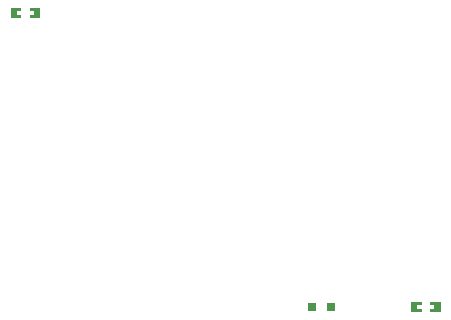
<source format=gtp>
G04 Layer: TopPasteMaskLayer*
G04 EasyEDA Pro v2.1.59.0ce47373.225d47, 2024-05-28 20:03:57*
G04 Gerber Generator version 0.3*
G04 Scale: 100 percent, Rotated: No, Reflected: No*
G04 Dimensions in millimeters*
G04 Leading zeros omitted, absolute positions, 3 integers and 5 decimals*
%FSLAX35Y35*%
%MOMM*%
%ADD10R,0.8001X0.8001*%
G75*


G04 PolygonModel Start*
G36*
G01X-4554098Y7182399D02*
G01X-4634098Y7182399D01*
G01X-4639099Y7177397D01*
G01Y7154601D01*
G01X-4602099D01*
G01Y7121601D01*
G01X-4639099D01*
G01Y7097398D01*
G01X-4634098Y7092399D01*
G01X-4554098D01*
G01X-4549099Y7097398D01*
G01Y7177397D01*
G01X-4554098Y7182399D01*
G37*
G36*
G01X-4709099Y7177397D02*
G01X-4709099Y7154601D01*
G01X-4747097D01*
G01Y7121601D01*
G01X-4709099D01*
G01Y7097398D01*
G01X-4714098Y7092399D01*
G01X-4793097D01*
G01X-4798098Y7097398D01*
G01Y7177397D01*
G01X-4793097Y7182399D01*
G01X-4714098D01*
G01X-4709099Y7177397D01*
G37*
G36*
G01X-1163198Y4693199D02*
G01X-1243198Y4693199D01*
G01X-1248199Y4688197D01*
G01Y4665401D01*
G01X-1211199D01*
G01Y4632401D01*
G01X-1248199D01*
G01Y4608198D01*
G01X-1243198Y4603199D01*
G01X-1163198D01*
G01X-1158199Y4608198D01*
G01Y4688197D01*
G01X-1163198Y4693199D01*
G37*
G36*
G01X-1318199Y4688197D02*
G01X-1318199Y4665401D01*
G01X-1356197D01*
G01Y4632401D01*
G01X-1318199D01*
G01Y4608198D01*
G01X-1323198Y4603199D01*
G01X-1402197D01*
G01X-1407198Y4608198D01*
G01Y4688197D01*
G01X-1402197Y4693199D01*
G01X-1323198D01*
G01X-1318199Y4688197D01*
G37*
G04 PolygonModel End*

G04 Pad Start*
G54D10*
G01X-2086610Y4649216D03*
G01X-2246630Y4648708D03*
G04 Pad End*

M02*

</source>
